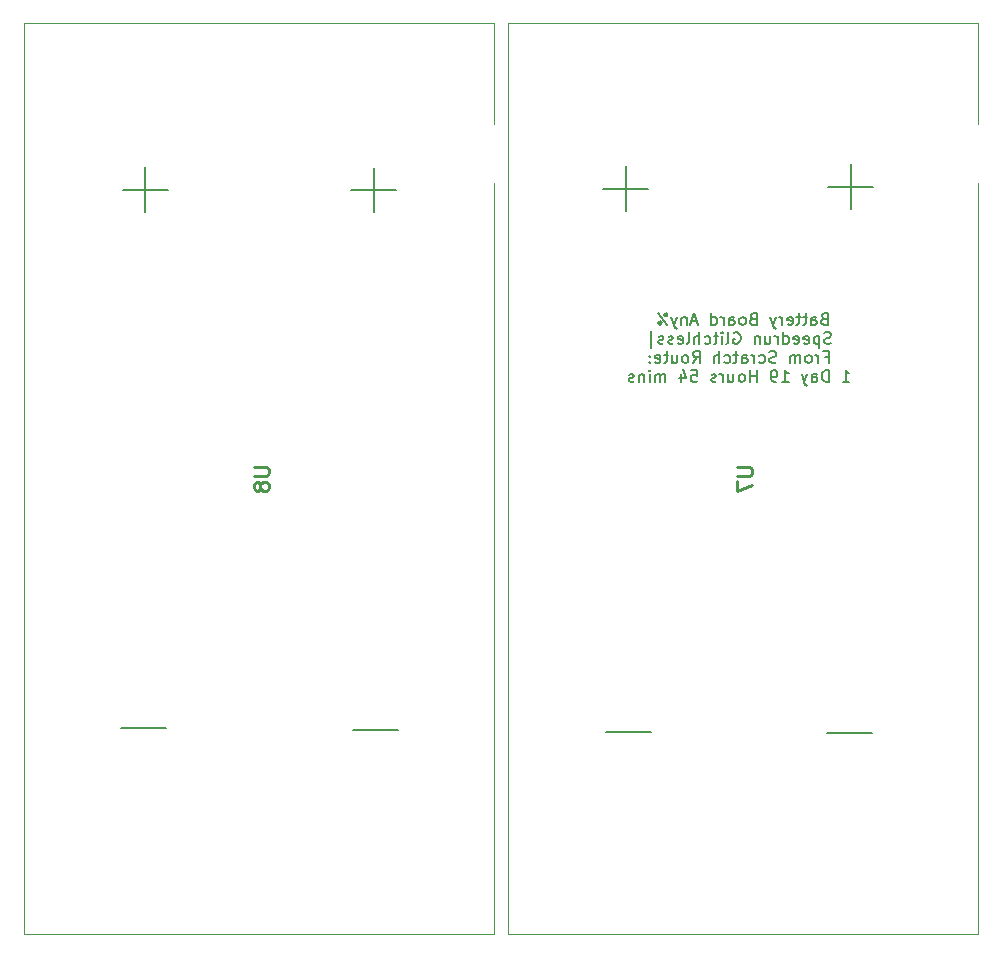
<source format=gbr>
%TF.GenerationSoftware,KiCad,Pcbnew,8.0.6*%
%TF.CreationDate,2024-11-09T21:19:23-05:00*%
%TF.ProjectId,battery_board_v2b,62617474-6572-4795-9f62-6f6172645f76,rev?*%
%TF.SameCoordinates,Original*%
%TF.FileFunction,Legend,Bot*%
%TF.FilePolarity,Positive*%
%FSLAX46Y46*%
G04 Gerber Fmt 4.6, Leading zero omitted, Abs format (unit mm)*
G04 Created by KiCad (PCBNEW 8.0.6) date 2024-11-09 21:19:23*
%MOMM*%
%LPD*%
G01*
G04 APERTURE LIST*
%ADD10C,0.150000*%
%ADD11C,0.254000*%
%ADD12C,0.100000*%
G04 APERTURE END LIST*
D10*
X166979761Y-64825533D02*
X163170238Y-64825533D01*
X165074999Y-66730295D02*
X165074999Y-62920771D01*
X145654761Y-64950533D02*
X141845238Y-64950533D01*
X143749999Y-66855295D02*
X143749999Y-63045771D01*
X126279761Y-64916533D02*
X122470238Y-64916533D01*
X124374999Y-66821295D02*
X124374999Y-63011771D01*
X167254761Y-110800533D02*
X163445238Y-110800533D01*
X145829761Y-110675533D02*
X142020238Y-110675533D01*
X181889287Y-75841093D02*
X181746430Y-75888712D01*
X181746430Y-75888712D02*
X181698811Y-75936331D01*
X181698811Y-75936331D02*
X181651192Y-76031569D01*
X181651192Y-76031569D02*
X181651192Y-76174426D01*
X181651192Y-76174426D02*
X181698811Y-76269664D01*
X181698811Y-76269664D02*
X181746430Y-76317284D01*
X181746430Y-76317284D02*
X181841668Y-76364903D01*
X181841668Y-76364903D02*
X182222620Y-76364903D01*
X182222620Y-76364903D02*
X182222620Y-75364903D01*
X182222620Y-75364903D02*
X181889287Y-75364903D01*
X181889287Y-75364903D02*
X181794049Y-75412522D01*
X181794049Y-75412522D02*
X181746430Y-75460141D01*
X181746430Y-75460141D02*
X181698811Y-75555379D01*
X181698811Y-75555379D02*
X181698811Y-75650617D01*
X181698811Y-75650617D02*
X181746430Y-75745855D01*
X181746430Y-75745855D02*
X181794049Y-75793474D01*
X181794049Y-75793474D02*
X181889287Y-75841093D01*
X181889287Y-75841093D02*
X182222620Y-75841093D01*
X180794049Y-76364903D02*
X180794049Y-75841093D01*
X180794049Y-75841093D02*
X180841668Y-75745855D01*
X180841668Y-75745855D02*
X180936906Y-75698236D01*
X180936906Y-75698236D02*
X181127382Y-75698236D01*
X181127382Y-75698236D02*
X181222620Y-75745855D01*
X180794049Y-76317284D02*
X180889287Y-76364903D01*
X180889287Y-76364903D02*
X181127382Y-76364903D01*
X181127382Y-76364903D02*
X181222620Y-76317284D01*
X181222620Y-76317284D02*
X181270239Y-76222045D01*
X181270239Y-76222045D02*
X181270239Y-76126807D01*
X181270239Y-76126807D02*
X181222620Y-76031569D01*
X181222620Y-76031569D02*
X181127382Y-75983950D01*
X181127382Y-75983950D02*
X180889287Y-75983950D01*
X180889287Y-75983950D02*
X180794049Y-75936331D01*
X180460715Y-75698236D02*
X180079763Y-75698236D01*
X180317858Y-75364903D02*
X180317858Y-76222045D01*
X180317858Y-76222045D02*
X180270239Y-76317284D01*
X180270239Y-76317284D02*
X180175001Y-76364903D01*
X180175001Y-76364903D02*
X180079763Y-76364903D01*
X179889286Y-75698236D02*
X179508334Y-75698236D01*
X179746429Y-75364903D02*
X179746429Y-76222045D01*
X179746429Y-76222045D02*
X179698810Y-76317284D01*
X179698810Y-76317284D02*
X179603572Y-76364903D01*
X179603572Y-76364903D02*
X179508334Y-76364903D01*
X178794048Y-76317284D02*
X178889286Y-76364903D01*
X178889286Y-76364903D02*
X179079762Y-76364903D01*
X179079762Y-76364903D02*
X179175000Y-76317284D01*
X179175000Y-76317284D02*
X179222619Y-76222045D01*
X179222619Y-76222045D02*
X179222619Y-75841093D01*
X179222619Y-75841093D02*
X179175000Y-75745855D01*
X179175000Y-75745855D02*
X179079762Y-75698236D01*
X179079762Y-75698236D02*
X178889286Y-75698236D01*
X178889286Y-75698236D02*
X178794048Y-75745855D01*
X178794048Y-75745855D02*
X178746429Y-75841093D01*
X178746429Y-75841093D02*
X178746429Y-75936331D01*
X178746429Y-75936331D02*
X179222619Y-76031569D01*
X178317857Y-76364903D02*
X178317857Y-75698236D01*
X178317857Y-75888712D02*
X178270238Y-75793474D01*
X178270238Y-75793474D02*
X178222619Y-75745855D01*
X178222619Y-75745855D02*
X178127381Y-75698236D01*
X178127381Y-75698236D02*
X178032143Y-75698236D01*
X177794047Y-75698236D02*
X177555952Y-76364903D01*
X177317857Y-75698236D02*
X177555952Y-76364903D01*
X177555952Y-76364903D02*
X177651190Y-76602998D01*
X177651190Y-76602998D02*
X177698809Y-76650617D01*
X177698809Y-76650617D02*
X177794047Y-76698236D01*
X175841666Y-75841093D02*
X175698809Y-75888712D01*
X175698809Y-75888712D02*
X175651190Y-75936331D01*
X175651190Y-75936331D02*
X175603571Y-76031569D01*
X175603571Y-76031569D02*
X175603571Y-76174426D01*
X175603571Y-76174426D02*
X175651190Y-76269664D01*
X175651190Y-76269664D02*
X175698809Y-76317284D01*
X175698809Y-76317284D02*
X175794047Y-76364903D01*
X175794047Y-76364903D02*
X176174999Y-76364903D01*
X176174999Y-76364903D02*
X176174999Y-75364903D01*
X176174999Y-75364903D02*
X175841666Y-75364903D01*
X175841666Y-75364903D02*
X175746428Y-75412522D01*
X175746428Y-75412522D02*
X175698809Y-75460141D01*
X175698809Y-75460141D02*
X175651190Y-75555379D01*
X175651190Y-75555379D02*
X175651190Y-75650617D01*
X175651190Y-75650617D02*
X175698809Y-75745855D01*
X175698809Y-75745855D02*
X175746428Y-75793474D01*
X175746428Y-75793474D02*
X175841666Y-75841093D01*
X175841666Y-75841093D02*
X176174999Y-75841093D01*
X175032142Y-76364903D02*
X175127380Y-76317284D01*
X175127380Y-76317284D02*
X175174999Y-76269664D01*
X175174999Y-76269664D02*
X175222618Y-76174426D01*
X175222618Y-76174426D02*
X175222618Y-75888712D01*
X175222618Y-75888712D02*
X175174999Y-75793474D01*
X175174999Y-75793474D02*
X175127380Y-75745855D01*
X175127380Y-75745855D02*
X175032142Y-75698236D01*
X175032142Y-75698236D02*
X174889285Y-75698236D01*
X174889285Y-75698236D02*
X174794047Y-75745855D01*
X174794047Y-75745855D02*
X174746428Y-75793474D01*
X174746428Y-75793474D02*
X174698809Y-75888712D01*
X174698809Y-75888712D02*
X174698809Y-76174426D01*
X174698809Y-76174426D02*
X174746428Y-76269664D01*
X174746428Y-76269664D02*
X174794047Y-76317284D01*
X174794047Y-76317284D02*
X174889285Y-76364903D01*
X174889285Y-76364903D02*
X175032142Y-76364903D01*
X173841666Y-76364903D02*
X173841666Y-75841093D01*
X173841666Y-75841093D02*
X173889285Y-75745855D01*
X173889285Y-75745855D02*
X173984523Y-75698236D01*
X173984523Y-75698236D02*
X174174999Y-75698236D01*
X174174999Y-75698236D02*
X174270237Y-75745855D01*
X173841666Y-76317284D02*
X173936904Y-76364903D01*
X173936904Y-76364903D02*
X174174999Y-76364903D01*
X174174999Y-76364903D02*
X174270237Y-76317284D01*
X174270237Y-76317284D02*
X174317856Y-76222045D01*
X174317856Y-76222045D02*
X174317856Y-76126807D01*
X174317856Y-76126807D02*
X174270237Y-76031569D01*
X174270237Y-76031569D02*
X174174999Y-75983950D01*
X174174999Y-75983950D02*
X173936904Y-75983950D01*
X173936904Y-75983950D02*
X173841666Y-75936331D01*
X173365475Y-76364903D02*
X173365475Y-75698236D01*
X173365475Y-75888712D02*
X173317856Y-75793474D01*
X173317856Y-75793474D02*
X173270237Y-75745855D01*
X173270237Y-75745855D02*
X173174999Y-75698236D01*
X173174999Y-75698236D02*
X173079761Y-75698236D01*
X172317856Y-76364903D02*
X172317856Y-75364903D01*
X172317856Y-76317284D02*
X172413094Y-76364903D01*
X172413094Y-76364903D02*
X172603570Y-76364903D01*
X172603570Y-76364903D02*
X172698808Y-76317284D01*
X172698808Y-76317284D02*
X172746427Y-76269664D01*
X172746427Y-76269664D02*
X172794046Y-76174426D01*
X172794046Y-76174426D02*
X172794046Y-75888712D01*
X172794046Y-75888712D02*
X172746427Y-75793474D01*
X172746427Y-75793474D02*
X172698808Y-75745855D01*
X172698808Y-75745855D02*
X172603570Y-75698236D01*
X172603570Y-75698236D02*
X172413094Y-75698236D01*
X172413094Y-75698236D02*
X172317856Y-75745855D01*
X171127379Y-76079188D02*
X170651189Y-76079188D01*
X171222617Y-76364903D02*
X170889284Y-75364903D01*
X170889284Y-75364903D02*
X170555951Y-76364903D01*
X170222617Y-75698236D02*
X170222617Y-76364903D01*
X170222617Y-75793474D02*
X170174998Y-75745855D01*
X170174998Y-75745855D02*
X170079760Y-75698236D01*
X170079760Y-75698236D02*
X169936903Y-75698236D01*
X169936903Y-75698236D02*
X169841665Y-75745855D01*
X169841665Y-75745855D02*
X169794046Y-75841093D01*
X169794046Y-75841093D02*
X169794046Y-76364903D01*
X169413093Y-75698236D02*
X169174998Y-76364903D01*
X168936903Y-75698236D02*
X169174998Y-76364903D01*
X169174998Y-76364903D02*
X169270236Y-76602998D01*
X169270236Y-76602998D02*
X169317855Y-76650617D01*
X169317855Y-76650617D02*
X169413093Y-76698236D01*
X168603569Y-76364903D02*
X167841665Y-75364903D01*
X168460712Y-75364903D02*
X168365474Y-75412522D01*
X168365474Y-75412522D02*
X168317855Y-75507760D01*
X168317855Y-75507760D02*
X168365474Y-75602998D01*
X168365474Y-75602998D02*
X168460712Y-75650617D01*
X168460712Y-75650617D02*
X168555950Y-75602998D01*
X168555950Y-75602998D02*
X168603569Y-75507760D01*
X168603569Y-75507760D02*
X168555950Y-75412522D01*
X168555950Y-75412522D02*
X168460712Y-75364903D01*
X167889284Y-76317284D02*
X167841665Y-76222045D01*
X167841665Y-76222045D02*
X167889284Y-76126807D01*
X167889284Y-76126807D02*
X167984522Y-76079188D01*
X167984522Y-76079188D02*
X168079760Y-76126807D01*
X168079760Y-76126807D02*
X168127379Y-76222045D01*
X168127379Y-76222045D02*
X168079760Y-76317284D01*
X168079760Y-76317284D02*
X167984522Y-76364903D01*
X167984522Y-76364903D02*
X167889284Y-76317284D01*
X182460715Y-77927228D02*
X182317858Y-77974847D01*
X182317858Y-77974847D02*
X182079763Y-77974847D01*
X182079763Y-77974847D02*
X181984525Y-77927228D01*
X181984525Y-77927228D02*
X181936906Y-77879608D01*
X181936906Y-77879608D02*
X181889287Y-77784370D01*
X181889287Y-77784370D02*
X181889287Y-77689132D01*
X181889287Y-77689132D02*
X181936906Y-77593894D01*
X181936906Y-77593894D02*
X181984525Y-77546275D01*
X181984525Y-77546275D02*
X182079763Y-77498656D01*
X182079763Y-77498656D02*
X182270239Y-77451037D01*
X182270239Y-77451037D02*
X182365477Y-77403418D01*
X182365477Y-77403418D02*
X182413096Y-77355799D01*
X182413096Y-77355799D02*
X182460715Y-77260561D01*
X182460715Y-77260561D02*
X182460715Y-77165323D01*
X182460715Y-77165323D02*
X182413096Y-77070085D01*
X182413096Y-77070085D02*
X182365477Y-77022466D01*
X182365477Y-77022466D02*
X182270239Y-76974847D01*
X182270239Y-76974847D02*
X182032144Y-76974847D01*
X182032144Y-76974847D02*
X181889287Y-77022466D01*
X181460715Y-77308180D02*
X181460715Y-78308180D01*
X181460715Y-77355799D02*
X181365477Y-77308180D01*
X181365477Y-77308180D02*
X181175001Y-77308180D01*
X181175001Y-77308180D02*
X181079763Y-77355799D01*
X181079763Y-77355799D02*
X181032144Y-77403418D01*
X181032144Y-77403418D02*
X180984525Y-77498656D01*
X180984525Y-77498656D02*
X180984525Y-77784370D01*
X180984525Y-77784370D02*
X181032144Y-77879608D01*
X181032144Y-77879608D02*
X181079763Y-77927228D01*
X181079763Y-77927228D02*
X181175001Y-77974847D01*
X181175001Y-77974847D02*
X181365477Y-77974847D01*
X181365477Y-77974847D02*
X181460715Y-77927228D01*
X180175001Y-77927228D02*
X180270239Y-77974847D01*
X180270239Y-77974847D02*
X180460715Y-77974847D01*
X180460715Y-77974847D02*
X180555953Y-77927228D01*
X180555953Y-77927228D02*
X180603572Y-77831989D01*
X180603572Y-77831989D02*
X180603572Y-77451037D01*
X180603572Y-77451037D02*
X180555953Y-77355799D01*
X180555953Y-77355799D02*
X180460715Y-77308180D01*
X180460715Y-77308180D02*
X180270239Y-77308180D01*
X180270239Y-77308180D02*
X180175001Y-77355799D01*
X180175001Y-77355799D02*
X180127382Y-77451037D01*
X180127382Y-77451037D02*
X180127382Y-77546275D01*
X180127382Y-77546275D02*
X180603572Y-77641513D01*
X179317858Y-77927228D02*
X179413096Y-77974847D01*
X179413096Y-77974847D02*
X179603572Y-77974847D01*
X179603572Y-77974847D02*
X179698810Y-77927228D01*
X179698810Y-77927228D02*
X179746429Y-77831989D01*
X179746429Y-77831989D02*
X179746429Y-77451037D01*
X179746429Y-77451037D02*
X179698810Y-77355799D01*
X179698810Y-77355799D02*
X179603572Y-77308180D01*
X179603572Y-77308180D02*
X179413096Y-77308180D01*
X179413096Y-77308180D02*
X179317858Y-77355799D01*
X179317858Y-77355799D02*
X179270239Y-77451037D01*
X179270239Y-77451037D02*
X179270239Y-77546275D01*
X179270239Y-77546275D02*
X179746429Y-77641513D01*
X178413096Y-77974847D02*
X178413096Y-76974847D01*
X178413096Y-77927228D02*
X178508334Y-77974847D01*
X178508334Y-77974847D02*
X178698810Y-77974847D01*
X178698810Y-77974847D02*
X178794048Y-77927228D01*
X178794048Y-77927228D02*
X178841667Y-77879608D01*
X178841667Y-77879608D02*
X178889286Y-77784370D01*
X178889286Y-77784370D02*
X178889286Y-77498656D01*
X178889286Y-77498656D02*
X178841667Y-77403418D01*
X178841667Y-77403418D02*
X178794048Y-77355799D01*
X178794048Y-77355799D02*
X178698810Y-77308180D01*
X178698810Y-77308180D02*
X178508334Y-77308180D01*
X178508334Y-77308180D02*
X178413096Y-77355799D01*
X177936905Y-77974847D02*
X177936905Y-77308180D01*
X177936905Y-77498656D02*
X177889286Y-77403418D01*
X177889286Y-77403418D02*
X177841667Y-77355799D01*
X177841667Y-77355799D02*
X177746429Y-77308180D01*
X177746429Y-77308180D02*
X177651191Y-77308180D01*
X176889286Y-77308180D02*
X176889286Y-77974847D01*
X177317857Y-77308180D02*
X177317857Y-77831989D01*
X177317857Y-77831989D02*
X177270238Y-77927228D01*
X177270238Y-77927228D02*
X177175000Y-77974847D01*
X177175000Y-77974847D02*
X177032143Y-77974847D01*
X177032143Y-77974847D02*
X176936905Y-77927228D01*
X176936905Y-77927228D02*
X176889286Y-77879608D01*
X176413095Y-77308180D02*
X176413095Y-77974847D01*
X176413095Y-77403418D02*
X176365476Y-77355799D01*
X176365476Y-77355799D02*
X176270238Y-77308180D01*
X176270238Y-77308180D02*
X176127381Y-77308180D01*
X176127381Y-77308180D02*
X176032143Y-77355799D01*
X176032143Y-77355799D02*
X175984524Y-77451037D01*
X175984524Y-77451037D02*
X175984524Y-77974847D01*
X174222619Y-77022466D02*
X174317857Y-76974847D01*
X174317857Y-76974847D02*
X174460714Y-76974847D01*
X174460714Y-76974847D02*
X174603571Y-77022466D01*
X174603571Y-77022466D02*
X174698809Y-77117704D01*
X174698809Y-77117704D02*
X174746428Y-77212942D01*
X174746428Y-77212942D02*
X174794047Y-77403418D01*
X174794047Y-77403418D02*
X174794047Y-77546275D01*
X174794047Y-77546275D02*
X174746428Y-77736751D01*
X174746428Y-77736751D02*
X174698809Y-77831989D01*
X174698809Y-77831989D02*
X174603571Y-77927228D01*
X174603571Y-77927228D02*
X174460714Y-77974847D01*
X174460714Y-77974847D02*
X174365476Y-77974847D01*
X174365476Y-77974847D02*
X174222619Y-77927228D01*
X174222619Y-77927228D02*
X174175000Y-77879608D01*
X174175000Y-77879608D02*
X174175000Y-77546275D01*
X174175000Y-77546275D02*
X174365476Y-77546275D01*
X173603571Y-77974847D02*
X173698809Y-77927228D01*
X173698809Y-77927228D02*
X173746428Y-77831989D01*
X173746428Y-77831989D02*
X173746428Y-76974847D01*
X173222618Y-77974847D02*
X173222618Y-77308180D01*
X173222618Y-76974847D02*
X173270237Y-77022466D01*
X173270237Y-77022466D02*
X173222618Y-77070085D01*
X173222618Y-77070085D02*
X173174999Y-77022466D01*
X173174999Y-77022466D02*
X173222618Y-76974847D01*
X173222618Y-76974847D02*
X173222618Y-77070085D01*
X172889285Y-77308180D02*
X172508333Y-77308180D01*
X172746428Y-76974847D02*
X172746428Y-77831989D01*
X172746428Y-77831989D02*
X172698809Y-77927228D01*
X172698809Y-77927228D02*
X172603571Y-77974847D01*
X172603571Y-77974847D02*
X172508333Y-77974847D01*
X171746428Y-77927228D02*
X171841666Y-77974847D01*
X171841666Y-77974847D02*
X172032142Y-77974847D01*
X172032142Y-77974847D02*
X172127380Y-77927228D01*
X172127380Y-77927228D02*
X172174999Y-77879608D01*
X172174999Y-77879608D02*
X172222618Y-77784370D01*
X172222618Y-77784370D02*
X172222618Y-77498656D01*
X172222618Y-77498656D02*
X172174999Y-77403418D01*
X172174999Y-77403418D02*
X172127380Y-77355799D01*
X172127380Y-77355799D02*
X172032142Y-77308180D01*
X172032142Y-77308180D02*
X171841666Y-77308180D01*
X171841666Y-77308180D02*
X171746428Y-77355799D01*
X171317856Y-77974847D02*
X171317856Y-76974847D01*
X170889285Y-77974847D02*
X170889285Y-77451037D01*
X170889285Y-77451037D02*
X170936904Y-77355799D01*
X170936904Y-77355799D02*
X171032142Y-77308180D01*
X171032142Y-77308180D02*
X171174999Y-77308180D01*
X171174999Y-77308180D02*
X171270237Y-77355799D01*
X171270237Y-77355799D02*
X171317856Y-77403418D01*
X170270237Y-77974847D02*
X170365475Y-77927228D01*
X170365475Y-77927228D02*
X170413094Y-77831989D01*
X170413094Y-77831989D02*
X170413094Y-76974847D01*
X169508332Y-77927228D02*
X169603570Y-77974847D01*
X169603570Y-77974847D02*
X169794046Y-77974847D01*
X169794046Y-77974847D02*
X169889284Y-77927228D01*
X169889284Y-77927228D02*
X169936903Y-77831989D01*
X169936903Y-77831989D02*
X169936903Y-77451037D01*
X169936903Y-77451037D02*
X169889284Y-77355799D01*
X169889284Y-77355799D02*
X169794046Y-77308180D01*
X169794046Y-77308180D02*
X169603570Y-77308180D01*
X169603570Y-77308180D02*
X169508332Y-77355799D01*
X169508332Y-77355799D02*
X169460713Y-77451037D01*
X169460713Y-77451037D02*
X169460713Y-77546275D01*
X169460713Y-77546275D02*
X169936903Y-77641513D01*
X169079760Y-77927228D02*
X168984522Y-77974847D01*
X168984522Y-77974847D02*
X168794046Y-77974847D01*
X168794046Y-77974847D02*
X168698808Y-77927228D01*
X168698808Y-77927228D02*
X168651189Y-77831989D01*
X168651189Y-77831989D02*
X168651189Y-77784370D01*
X168651189Y-77784370D02*
X168698808Y-77689132D01*
X168698808Y-77689132D02*
X168794046Y-77641513D01*
X168794046Y-77641513D02*
X168936903Y-77641513D01*
X168936903Y-77641513D02*
X169032141Y-77593894D01*
X169032141Y-77593894D02*
X169079760Y-77498656D01*
X169079760Y-77498656D02*
X169079760Y-77451037D01*
X169079760Y-77451037D02*
X169032141Y-77355799D01*
X169032141Y-77355799D02*
X168936903Y-77308180D01*
X168936903Y-77308180D02*
X168794046Y-77308180D01*
X168794046Y-77308180D02*
X168698808Y-77355799D01*
X168270236Y-77927228D02*
X168174998Y-77974847D01*
X168174998Y-77974847D02*
X167984522Y-77974847D01*
X167984522Y-77974847D02*
X167889284Y-77927228D01*
X167889284Y-77927228D02*
X167841665Y-77831989D01*
X167841665Y-77831989D02*
X167841665Y-77784370D01*
X167841665Y-77784370D02*
X167889284Y-77689132D01*
X167889284Y-77689132D02*
X167984522Y-77641513D01*
X167984522Y-77641513D02*
X168127379Y-77641513D01*
X168127379Y-77641513D02*
X168222617Y-77593894D01*
X168222617Y-77593894D02*
X168270236Y-77498656D01*
X168270236Y-77498656D02*
X168270236Y-77451037D01*
X168270236Y-77451037D02*
X168222617Y-77355799D01*
X168222617Y-77355799D02*
X168127379Y-77308180D01*
X168127379Y-77308180D02*
X167984522Y-77308180D01*
X167984522Y-77308180D02*
X167889284Y-77355799D01*
X167174998Y-78308180D02*
X167174998Y-76879608D01*
X181913096Y-79060981D02*
X182246429Y-79060981D01*
X182246429Y-79584791D02*
X182246429Y-78584791D01*
X182246429Y-78584791D02*
X181770239Y-78584791D01*
X181389286Y-79584791D02*
X181389286Y-78918124D01*
X181389286Y-79108600D02*
X181341667Y-79013362D01*
X181341667Y-79013362D02*
X181294048Y-78965743D01*
X181294048Y-78965743D02*
X181198810Y-78918124D01*
X181198810Y-78918124D02*
X181103572Y-78918124D01*
X180627381Y-79584791D02*
X180722619Y-79537172D01*
X180722619Y-79537172D02*
X180770238Y-79489552D01*
X180770238Y-79489552D02*
X180817857Y-79394314D01*
X180817857Y-79394314D02*
X180817857Y-79108600D01*
X180817857Y-79108600D02*
X180770238Y-79013362D01*
X180770238Y-79013362D02*
X180722619Y-78965743D01*
X180722619Y-78965743D02*
X180627381Y-78918124D01*
X180627381Y-78918124D02*
X180484524Y-78918124D01*
X180484524Y-78918124D02*
X180389286Y-78965743D01*
X180389286Y-78965743D02*
X180341667Y-79013362D01*
X180341667Y-79013362D02*
X180294048Y-79108600D01*
X180294048Y-79108600D02*
X180294048Y-79394314D01*
X180294048Y-79394314D02*
X180341667Y-79489552D01*
X180341667Y-79489552D02*
X180389286Y-79537172D01*
X180389286Y-79537172D02*
X180484524Y-79584791D01*
X180484524Y-79584791D02*
X180627381Y-79584791D01*
X179865476Y-79584791D02*
X179865476Y-78918124D01*
X179865476Y-79013362D02*
X179817857Y-78965743D01*
X179817857Y-78965743D02*
X179722619Y-78918124D01*
X179722619Y-78918124D02*
X179579762Y-78918124D01*
X179579762Y-78918124D02*
X179484524Y-78965743D01*
X179484524Y-78965743D02*
X179436905Y-79060981D01*
X179436905Y-79060981D02*
X179436905Y-79584791D01*
X179436905Y-79060981D02*
X179389286Y-78965743D01*
X179389286Y-78965743D02*
X179294048Y-78918124D01*
X179294048Y-78918124D02*
X179151191Y-78918124D01*
X179151191Y-78918124D02*
X179055952Y-78965743D01*
X179055952Y-78965743D02*
X179008333Y-79060981D01*
X179008333Y-79060981D02*
X179008333Y-79584791D01*
X177817857Y-79537172D02*
X177675000Y-79584791D01*
X177675000Y-79584791D02*
X177436905Y-79584791D01*
X177436905Y-79584791D02*
X177341667Y-79537172D01*
X177341667Y-79537172D02*
X177294048Y-79489552D01*
X177294048Y-79489552D02*
X177246429Y-79394314D01*
X177246429Y-79394314D02*
X177246429Y-79299076D01*
X177246429Y-79299076D02*
X177294048Y-79203838D01*
X177294048Y-79203838D02*
X177341667Y-79156219D01*
X177341667Y-79156219D02*
X177436905Y-79108600D01*
X177436905Y-79108600D02*
X177627381Y-79060981D01*
X177627381Y-79060981D02*
X177722619Y-79013362D01*
X177722619Y-79013362D02*
X177770238Y-78965743D01*
X177770238Y-78965743D02*
X177817857Y-78870505D01*
X177817857Y-78870505D02*
X177817857Y-78775267D01*
X177817857Y-78775267D02*
X177770238Y-78680029D01*
X177770238Y-78680029D02*
X177722619Y-78632410D01*
X177722619Y-78632410D02*
X177627381Y-78584791D01*
X177627381Y-78584791D02*
X177389286Y-78584791D01*
X177389286Y-78584791D02*
X177246429Y-78632410D01*
X176389286Y-79537172D02*
X176484524Y-79584791D01*
X176484524Y-79584791D02*
X176675000Y-79584791D01*
X176675000Y-79584791D02*
X176770238Y-79537172D01*
X176770238Y-79537172D02*
X176817857Y-79489552D01*
X176817857Y-79489552D02*
X176865476Y-79394314D01*
X176865476Y-79394314D02*
X176865476Y-79108600D01*
X176865476Y-79108600D02*
X176817857Y-79013362D01*
X176817857Y-79013362D02*
X176770238Y-78965743D01*
X176770238Y-78965743D02*
X176675000Y-78918124D01*
X176675000Y-78918124D02*
X176484524Y-78918124D01*
X176484524Y-78918124D02*
X176389286Y-78965743D01*
X175960714Y-79584791D02*
X175960714Y-78918124D01*
X175960714Y-79108600D02*
X175913095Y-79013362D01*
X175913095Y-79013362D02*
X175865476Y-78965743D01*
X175865476Y-78965743D02*
X175770238Y-78918124D01*
X175770238Y-78918124D02*
X175675000Y-78918124D01*
X174913095Y-79584791D02*
X174913095Y-79060981D01*
X174913095Y-79060981D02*
X174960714Y-78965743D01*
X174960714Y-78965743D02*
X175055952Y-78918124D01*
X175055952Y-78918124D02*
X175246428Y-78918124D01*
X175246428Y-78918124D02*
X175341666Y-78965743D01*
X174913095Y-79537172D02*
X175008333Y-79584791D01*
X175008333Y-79584791D02*
X175246428Y-79584791D01*
X175246428Y-79584791D02*
X175341666Y-79537172D01*
X175341666Y-79537172D02*
X175389285Y-79441933D01*
X175389285Y-79441933D02*
X175389285Y-79346695D01*
X175389285Y-79346695D02*
X175341666Y-79251457D01*
X175341666Y-79251457D02*
X175246428Y-79203838D01*
X175246428Y-79203838D02*
X175008333Y-79203838D01*
X175008333Y-79203838D02*
X174913095Y-79156219D01*
X174579761Y-78918124D02*
X174198809Y-78918124D01*
X174436904Y-78584791D02*
X174436904Y-79441933D01*
X174436904Y-79441933D02*
X174389285Y-79537172D01*
X174389285Y-79537172D02*
X174294047Y-79584791D01*
X174294047Y-79584791D02*
X174198809Y-79584791D01*
X173436904Y-79537172D02*
X173532142Y-79584791D01*
X173532142Y-79584791D02*
X173722618Y-79584791D01*
X173722618Y-79584791D02*
X173817856Y-79537172D01*
X173817856Y-79537172D02*
X173865475Y-79489552D01*
X173865475Y-79489552D02*
X173913094Y-79394314D01*
X173913094Y-79394314D02*
X173913094Y-79108600D01*
X173913094Y-79108600D02*
X173865475Y-79013362D01*
X173865475Y-79013362D02*
X173817856Y-78965743D01*
X173817856Y-78965743D02*
X173722618Y-78918124D01*
X173722618Y-78918124D02*
X173532142Y-78918124D01*
X173532142Y-78918124D02*
X173436904Y-78965743D01*
X173008332Y-79584791D02*
X173008332Y-78584791D01*
X172579761Y-79584791D02*
X172579761Y-79060981D01*
X172579761Y-79060981D02*
X172627380Y-78965743D01*
X172627380Y-78965743D02*
X172722618Y-78918124D01*
X172722618Y-78918124D02*
X172865475Y-78918124D01*
X172865475Y-78918124D02*
X172960713Y-78965743D01*
X172960713Y-78965743D02*
X173008332Y-79013362D01*
X170770237Y-79584791D02*
X171103570Y-79108600D01*
X171341665Y-79584791D02*
X171341665Y-78584791D01*
X171341665Y-78584791D02*
X170960713Y-78584791D01*
X170960713Y-78584791D02*
X170865475Y-78632410D01*
X170865475Y-78632410D02*
X170817856Y-78680029D01*
X170817856Y-78680029D02*
X170770237Y-78775267D01*
X170770237Y-78775267D02*
X170770237Y-78918124D01*
X170770237Y-78918124D02*
X170817856Y-79013362D01*
X170817856Y-79013362D02*
X170865475Y-79060981D01*
X170865475Y-79060981D02*
X170960713Y-79108600D01*
X170960713Y-79108600D02*
X171341665Y-79108600D01*
X170198808Y-79584791D02*
X170294046Y-79537172D01*
X170294046Y-79537172D02*
X170341665Y-79489552D01*
X170341665Y-79489552D02*
X170389284Y-79394314D01*
X170389284Y-79394314D02*
X170389284Y-79108600D01*
X170389284Y-79108600D02*
X170341665Y-79013362D01*
X170341665Y-79013362D02*
X170294046Y-78965743D01*
X170294046Y-78965743D02*
X170198808Y-78918124D01*
X170198808Y-78918124D02*
X170055951Y-78918124D01*
X170055951Y-78918124D02*
X169960713Y-78965743D01*
X169960713Y-78965743D02*
X169913094Y-79013362D01*
X169913094Y-79013362D02*
X169865475Y-79108600D01*
X169865475Y-79108600D02*
X169865475Y-79394314D01*
X169865475Y-79394314D02*
X169913094Y-79489552D01*
X169913094Y-79489552D02*
X169960713Y-79537172D01*
X169960713Y-79537172D02*
X170055951Y-79584791D01*
X170055951Y-79584791D02*
X170198808Y-79584791D01*
X169008332Y-78918124D02*
X169008332Y-79584791D01*
X169436903Y-78918124D02*
X169436903Y-79441933D01*
X169436903Y-79441933D02*
X169389284Y-79537172D01*
X169389284Y-79537172D02*
X169294046Y-79584791D01*
X169294046Y-79584791D02*
X169151189Y-79584791D01*
X169151189Y-79584791D02*
X169055951Y-79537172D01*
X169055951Y-79537172D02*
X169008332Y-79489552D01*
X168674998Y-78918124D02*
X168294046Y-78918124D01*
X168532141Y-78584791D02*
X168532141Y-79441933D01*
X168532141Y-79441933D02*
X168484522Y-79537172D01*
X168484522Y-79537172D02*
X168389284Y-79584791D01*
X168389284Y-79584791D02*
X168294046Y-79584791D01*
X167579760Y-79537172D02*
X167674998Y-79584791D01*
X167674998Y-79584791D02*
X167865474Y-79584791D01*
X167865474Y-79584791D02*
X167960712Y-79537172D01*
X167960712Y-79537172D02*
X168008331Y-79441933D01*
X168008331Y-79441933D02*
X168008331Y-79060981D01*
X168008331Y-79060981D02*
X167960712Y-78965743D01*
X167960712Y-78965743D02*
X167865474Y-78918124D01*
X167865474Y-78918124D02*
X167674998Y-78918124D01*
X167674998Y-78918124D02*
X167579760Y-78965743D01*
X167579760Y-78965743D02*
X167532141Y-79060981D01*
X167532141Y-79060981D02*
X167532141Y-79156219D01*
X167532141Y-79156219D02*
X168008331Y-79251457D01*
X167103569Y-79489552D02*
X167055950Y-79537172D01*
X167055950Y-79537172D02*
X167103569Y-79584791D01*
X167103569Y-79584791D02*
X167151188Y-79537172D01*
X167151188Y-79537172D02*
X167103569Y-79489552D01*
X167103569Y-79489552D02*
X167103569Y-79584791D01*
X167103569Y-78965743D02*
X167055950Y-79013362D01*
X167055950Y-79013362D02*
X167103569Y-79060981D01*
X167103569Y-79060981D02*
X167151188Y-79013362D01*
X167151188Y-79013362D02*
X167103569Y-78965743D01*
X167103569Y-78965743D02*
X167103569Y-79060981D01*
X183436905Y-81194735D02*
X184008333Y-81194735D01*
X183722619Y-81194735D02*
X183722619Y-80194735D01*
X183722619Y-80194735D02*
X183817857Y-80337592D01*
X183817857Y-80337592D02*
X183913095Y-80432830D01*
X183913095Y-80432830D02*
X184008333Y-80480449D01*
X182246428Y-81194735D02*
X182246428Y-80194735D01*
X182246428Y-80194735D02*
X182008333Y-80194735D01*
X182008333Y-80194735D02*
X181865476Y-80242354D01*
X181865476Y-80242354D02*
X181770238Y-80337592D01*
X181770238Y-80337592D02*
X181722619Y-80432830D01*
X181722619Y-80432830D02*
X181675000Y-80623306D01*
X181675000Y-80623306D02*
X181675000Y-80766163D01*
X181675000Y-80766163D02*
X181722619Y-80956639D01*
X181722619Y-80956639D02*
X181770238Y-81051877D01*
X181770238Y-81051877D02*
X181865476Y-81147116D01*
X181865476Y-81147116D02*
X182008333Y-81194735D01*
X182008333Y-81194735D02*
X182246428Y-81194735D01*
X180817857Y-81194735D02*
X180817857Y-80670925D01*
X180817857Y-80670925D02*
X180865476Y-80575687D01*
X180865476Y-80575687D02*
X180960714Y-80528068D01*
X180960714Y-80528068D02*
X181151190Y-80528068D01*
X181151190Y-80528068D02*
X181246428Y-80575687D01*
X180817857Y-81147116D02*
X180913095Y-81194735D01*
X180913095Y-81194735D02*
X181151190Y-81194735D01*
X181151190Y-81194735D02*
X181246428Y-81147116D01*
X181246428Y-81147116D02*
X181294047Y-81051877D01*
X181294047Y-81051877D02*
X181294047Y-80956639D01*
X181294047Y-80956639D02*
X181246428Y-80861401D01*
X181246428Y-80861401D02*
X181151190Y-80813782D01*
X181151190Y-80813782D02*
X180913095Y-80813782D01*
X180913095Y-80813782D02*
X180817857Y-80766163D01*
X180436904Y-80528068D02*
X180198809Y-81194735D01*
X179960714Y-80528068D02*
X180198809Y-81194735D01*
X180198809Y-81194735D02*
X180294047Y-81432830D01*
X180294047Y-81432830D02*
X180341666Y-81480449D01*
X180341666Y-81480449D02*
X180436904Y-81528068D01*
X178294047Y-81194735D02*
X178865475Y-81194735D01*
X178579761Y-81194735D02*
X178579761Y-80194735D01*
X178579761Y-80194735D02*
X178674999Y-80337592D01*
X178674999Y-80337592D02*
X178770237Y-80432830D01*
X178770237Y-80432830D02*
X178865475Y-80480449D01*
X177817856Y-81194735D02*
X177627380Y-81194735D01*
X177627380Y-81194735D02*
X177532142Y-81147116D01*
X177532142Y-81147116D02*
X177484523Y-81099496D01*
X177484523Y-81099496D02*
X177389285Y-80956639D01*
X177389285Y-80956639D02*
X177341666Y-80766163D01*
X177341666Y-80766163D02*
X177341666Y-80385211D01*
X177341666Y-80385211D02*
X177389285Y-80289973D01*
X177389285Y-80289973D02*
X177436904Y-80242354D01*
X177436904Y-80242354D02*
X177532142Y-80194735D01*
X177532142Y-80194735D02*
X177722618Y-80194735D01*
X177722618Y-80194735D02*
X177817856Y-80242354D01*
X177817856Y-80242354D02*
X177865475Y-80289973D01*
X177865475Y-80289973D02*
X177913094Y-80385211D01*
X177913094Y-80385211D02*
X177913094Y-80623306D01*
X177913094Y-80623306D02*
X177865475Y-80718544D01*
X177865475Y-80718544D02*
X177817856Y-80766163D01*
X177817856Y-80766163D02*
X177722618Y-80813782D01*
X177722618Y-80813782D02*
X177532142Y-80813782D01*
X177532142Y-80813782D02*
X177436904Y-80766163D01*
X177436904Y-80766163D02*
X177389285Y-80718544D01*
X177389285Y-80718544D02*
X177341666Y-80623306D01*
X176151189Y-81194735D02*
X176151189Y-80194735D01*
X176151189Y-80670925D02*
X175579761Y-80670925D01*
X175579761Y-81194735D02*
X175579761Y-80194735D01*
X174960713Y-81194735D02*
X175055951Y-81147116D01*
X175055951Y-81147116D02*
X175103570Y-81099496D01*
X175103570Y-81099496D02*
X175151189Y-81004258D01*
X175151189Y-81004258D02*
X175151189Y-80718544D01*
X175151189Y-80718544D02*
X175103570Y-80623306D01*
X175103570Y-80623306D02*
X175055951Y-80575687D01*
X175055951Y-80575687D02*
X174960713Y-80528068D01*
X174960713Y-80528068D02*
X174817856Y-80528068D01*
X174817856Y-80528068D02*
X174722618Y-80575687D01*
X174722618Y-80575687D02*
X174674999Y-80623306D01*
X174674999Y-80623306D02*
X174627380Y-80718544D01*
X174627380Y-80718544D02*
X174627380Y-81004258D01*
X174627380Y-81004258D02*
X174674999Y-81099496D01*
X174674999Y-81099496D02*
X174722618Y-81147116D01*
X174722618Y-81147116D02*
X174817856Y-81194735D01*
X174817856Y-81194735D02*
X174960713Y-81194735D01*
X173770237Y-80528068D02*
X173770237Y-81194735D01*
X174198808Y-80528068D02*
X174198808Y-81051877D01*
X174198808Y-81051877D02*
X174151189Y-81147116D01*
X174151189Y-81147116D02*
X174055951Y-81194735D01*
X174055951Y-81194735D02*
X173913094Y-81194735D01*
X173913094Y-81194735D02*
X173817856Y-81147116D01*
X173817856Y-81147116D02*
X173770237Y-81099496D01*
X173294046Y-81194735D02*
X173294046Y-80528068D01*
X173294046Y-80718544D02*
X173246427Y-80623306D01*
X173246427Y-80623306D02*
X173198808Y-80575687D01*
X173198808Y-80575687D02*
X173103570Y-80528068D01*
X173103570Y-80528068D02*
X173008332Y-80528068D01*
X172722617Y-81147116D02*
X172627379Y-81194735D01*
X172627379Y-81194735D02*
X172436903Y-81194735D01*
X172436903Y-81194735D02*
X172341665Y-81147116D01*
X172341665Y-81147116D02*
X172294046Y-81051877D01*
X172294046Y-81051877D02*
X172294046Y-81004258D01*
X172294046Y-81004258D02*
X172341665Y-80909020D01*
X172341665Y-80909020D02*
X172436903Y-80861401D01*
X172436903Y-80861401D02*
X172579760Y-80861401D01*
X172579760Y-80861401D02*
X172674998Y-80813782D01*
X172674998Y-80813782D02*
X172722617Y-80718544D01*
X172722617Y-80718544D02*
X172722617Y-80670925D01*
X172722617Y-80670925D02*
X172674998Y-80575687D01*
X172674998Y-80575687D02*
X172579760Y-80528068D01*
X172579760Y-80528068D02*
X172436903Y-80528068D01*
X172436903Y-80528068D02*
X172341665Y-80575687D01*
X170627379Y-80194735D02*
X171103569Y-80194735D01*
X171103569Y-80194735D02*
X171151188Y-80670925D01*
X171151188Y-80670925D02*
X171103569Y-80623306D01*
X171103569Y-80623306D02*
X171008331Y-80575687D01*
X171008331Y-80575687D02*
X170770236Y-80575687D01*
X170770236Y-80575687D02*
X170674998Y-80623306D01*
X170674998Y-80623306D02*
X170627379Y-80670925D01*
X170627379Y-80670925D02*
X170579760Y-80766163D01*
X170579760Y-80766163D02*
X170579760Y-81004258D01*
X170579760Y-81004258D02*
X170627379Y-81099496D01*
X170627379Y-81099496D02*
X170674998Y-81147116D01*
X170674998Y-81147116D02*
X170770236Y-81194735D01*
X170770236Y-81194735D02*
X171008331Y-81194735D01*
X171008331Y-81194735D02*
X171103569Y-81147116D01*
X171103569Y-81147116D02*
X171151188Y-81099496D01*
X169722617Y-80528068D02*
X169722617Y-81194735D01*
X169960712Y-80147116D02*
X170198807Y-80861401D01*
X170198807Y-80861401D02*
X169579760Y-80861401D01*
X168436902Y-81194735D02*
X168436902Y-80528068D01*
X168436902Y-80623306D02*
X168389283Y-80575687D01*
X168389283Y-80575687D02*
X168294045Y-80528068D01*
X168294045Y-80528068D02*
X168151188Y-80528068D01*
X168151188Y-80528068D02*
X168055950Y-80575687D01*
X168055950Y-80575687D02*
X168008331Y-80670925D01*
X168008331Y-80670925D02*
X168008331Y-81194735D01*
X168008331Y-80670925D02*
X167960712Y-80575687D01*
X167960712Y-80575687D02*
X167865474Y-80528068D01*
X167865474Y-80528068D02*
X167722617Y-80528068D01*
X167722617Y-80528068D02*
X167627378Y-80575687D01*
X167627378Y-80575687D02*
X167579759Y-80670925D01*
X167579759Y-80670925D02*
X167579759Y-81194735D01*
X167103569Y-81194735D02*
X167103569Y-80528068D01*
X167103569Y-80194735D02*
X167151188Y-80242354D01*
X167151188Y-80242354D02*
X167103569Y-80289973D01*
X167103569Y-80289973D02*
X167055950Y-80242354D01*
X167055950Y-80242354D02*
X167103569Y-80194735D01*
X167103569Y-80194735D02*
X167103569Y-80289973D01*
X166627379Y-80528068D02*
X166627379Y-81194735D01*
X166627379Y-80623306D02*
X166579760Y-80575687D01*
X166579760Y-80575687D02*
X166484522Y-80528068D01*
X166484522Y-80528068D02*
X166341665Y-80528068D01*
X166341665Y-80528068D02*
X166246427Y-80575687D01*
X166246427Y-80575687D02*
X166198808Y-80670925D01*
X166198808Y-80670925D02*
X166198808Y-81194735D01*
X165770236Y-81147116D02*
X165674998Y-81194735D01*
X165674998Y-81194735D02*
X165484522Y-81194735D01*
X165484522Y-81194735D02*
X165389284Y-81147116D01*
X165389284Y-81147116D02*
X165341665Y-81051877D01*
X165341665Y-81051877D02*
X165341665Y-81004258D01*
X165341665Y-81004258D02*
X165389284Y-80909020D01*
X165389284Y-80909020D02*
X165484522Y-80861401D01*
X165484522Y-80861401D02*
X165627379Y-80861401D01*
X165627379Y-80861401D02*
X165722617Y-80813782D01*
X165722617Y-80813782D02*
X165770236Y-80718544D01*
X165770236Y-80718544D02*
X165770236Y-80670925D01*
X165770236Y-80670925D02*
X165722617Y-80575687D01*
X165722617Y-80575687D02*
X165627379Y-80528068D01*
X165627379Y-80528068D02*
X165484522Y-80528068D01*
X165484522Y-80528068D02*
X165389284Y-80575687D01*
X126179761Y-110525533D02*
X122370238Y-110525533D01*
X185954761Y-110925533D02*
X182145238Y-110925533D01*
X186029761Y-64675533D02*
X182220238Y-64675533D01*
X184124999Y-66580295D02*
X184124999Y-62770771D01*
D11*
X133603818Y-88407380D02*
X134631913Y-88407380D01*
X134631913Y-88407380D02*
X134752865Y-88467857D01*
X134752865Y-88467857D02*
X134813342Y-88528333D01*
X134813342Y-88528333D02*
X134873818Y-88649285D01*
X134873818Y-88649285D02*
X134873818Y-88891190D01*
X134873818Y-88891190D02*
X134813342Y-89012142D01*
X134813342Y-89012142D02*
X134752865Y-89072619D01*
X134752865Y-89072619D02*
X134631913Y-89133095D01*
X134631913Y-89133095D02*
X133603818Y-89133095D01*
X134148103Y-89919285D02*
X134087627Y-89798333D01*
X134087627Y-89798333D02*
X134027151Y-89737856D01*
X134027151Y-89737856D02*
X133906199Y-89677380D01*
X133906199Y-89677380D02*
X133845722Y-89677380D01*
X133845722Y-89677380D02*
X133724770Y-89737856D01*
X133724770Y-89737856D02*
X133664294Y-89798333D01*
X133664294Y-89798333D02*
X133603818Y-89919285D01*
X133603818Y-89919285D02*
X133603818Y-90161190D01*
X133603818Y-90161190D02*
X133664294Y-90282142D01*
X133664294Y-90282142D02*
X133724770Y-90342618D01*
X133724770Y-90342618D02*
X133845722Y-90403095D01*
X133845722Y-90403095D02*
X133906199Y-90403095D01*
X133906199Y-90403095D02*
X134027151Y-90342618D01*
X134027151Y-90342618D02*
X134087627Y-90282142D01*
X134087627Y-90282142D02*
X134148103Y-90161190D01*
X134148103Y-90161190D02*
X134148103Y-89919285D01*
X134148103Y-89919285D02*
X134208580Y-89798333D01*
X134208580Y-89798333D02*
X134269056Y-89737856D01*
X134269056Y-89737856D02*
X134390008Y-89677380D01*
X134390008Y-89677380D02*
X134631913Y-89677380D01*
X134631913Y-89677380D02*
X134752865Y-89737856D01*
X134752865Y-89737856D02*
X134813342Y-89798333D01*
X134813342Y-89798333D02*
X134873818Y-89919285D01*
X134873818Y-89919285D02*
X134873818Y-90161190D01*
X134873818Y-90161190D02*
X134813342Y-90282142D01*
X134813342Y-90282142D02*
X134752865Y-90342618D01*
X134752865Y-90342618D02*
X134631913Y-90403095D01*
X134631913Y-90403095D02*
X134390008Y-90403095D01*
X134390008Y-90403095D02*
X134269056Y-90342618D01*
X134269056Y-90342618D02*
X134208580Y-90282142D01*
X134208580Y-90282142D02*
X134148103Y-90161190D01*
X174525318Y-88412380D02*
X175553413Y-88412380D01*
X175553413Y-88412380D02*
X175674365Y-88472857D01*
X175674365Y-88472857D02*
X175734842Y-88533333D01*
X175734842Y-88533333D02*
X175795318Y-88654285D01*
X175795318Y-88654285D02*
X175795318Y-88896190D01*
X175795318Y-88896190D02*
X175734842Y-89017142D01*
X175734842Y-89017142D02*
X175674365Y-89077619D01*
X175674365Y-89077619D02*
X175553413Y-89138095D01*
X175553413Y-89138095D02*
X174525318Y-89138095D01*
X174525318Y-89621904D02*
X174525318Y-90468571D01*
X174525318Y-90468571D02*
X175795318Y-89924285D01*
D12*
%TO.C,U8*%
X114168500Y-50845000D02*
X114168500Y-127905000D01*
X114168500Y-127905000D02*
X153948500Y-127905000D01*
X153948500Y-50845000D02*
X114168500Y-50845000D01*
X153948500Y-50875000D02*
X153948500Y-50845000D01*
X153948500Y-59375000D02*
X153948500Y-50875000D01*
X153948500Y-127905000D02*
X153948500Y-64375000D01*
%TO.C,U7*%
X155090000Y-50850000D02*
X155090000Y-127910000D01*
X155090000Y-127910000D02*
X194870000Y-127910000D01*
X194870000Y-50850000D02*
X155090000Y-50850000D01*
X194870000Y-50880000D02*
X194870000Y-50850000D01*
X194870000Y-59380000D02*
X194870000Y-50880000D01*
X194870000Y-127910000D02*
X194870000Y-64380000D01*
%TD*%
M02*

</source>
